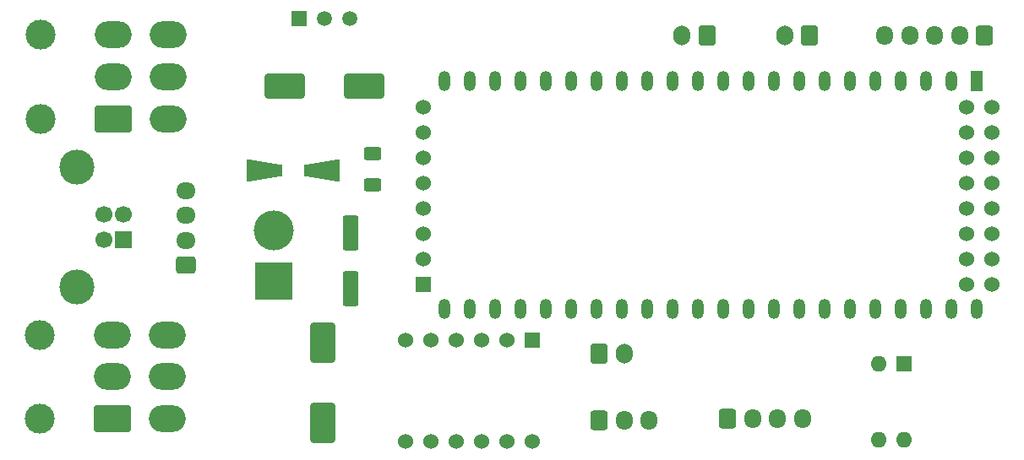
<source format=gbr>
%TF.GenerationSoftware,KiCad,Pcbnew,8.0.4*%
%TF.CreationDate,2024-12-04T14:23:44+01:00*%
%TF.ProjectId,ActivePedal,41637469-7665-4506-9564-616c2e6b6963,rev?*%
%TF.SameCoordinates,Original*%
%TF.FileFunction,Soldermask,Top*%
%TF.FilePolarity,Negative*%
%FSLAX46Y46*%
G04 Gerber Fmt 4.6, Leading zero omitted, Abs format (unit mm)*
G04 Created by KiCad (PCBNEW 8.0.4) date 2024-12-04 14:23:44*
%MOMM*%
%LPD*%
G01*
G04 APERTURE LIST*
G04 Aperture macros list*
%AMRoundRect*
0 Rectangle with rounded corners*
0 $1 Rounding radius*
0 $2 $3 $4 $5 $6 $7 $8 $9 X,Y pos of 4 corners*
0 Add a 4 corners polygon primitive as box body*
4,1,4,$2,$3,$4,$5,$6,$7,$8,$9,$2,$3,0*
0 Add four circle primitives for the rounded corners*
1,1,$1+$1,$2,$3*
1,1,$1+$1,$4,$5*
1,1,$1+$1,$6,$7*
1,1,$1+$1,$8,$9*
0 Add four rect primitives between the rounded corners*
20,1,$1+$1,$2,$3,$4,$5,0*
20,1,$1+$1,$4,$5,$6,$7,0*
20,1,$1+$1,$6,$7,$8,$9,0*
20,1,$1+$1,$8,$9,$2,$3,0*%
%AMOutline4P*
0 Free polygon, 4 corners , with rotation*
0 The origin of the aperture is its center*
0 number of corners: always 4*
0 $1 to $8 corner X, Y*
0 $9 Rotation angle, in degrees counterclockwise*
0 create outline with 4 corners*
4,1,4,$1,$2,$3,$4,$5,$6,$7,$8,$1,$2,$9*%
G04 Aperture macros list end*
%ADD10RoundRect,0.250000X-0.600000X-0.725000X0.600000X-0.725000X0.600000X0.725000X-0.600000X0.725000X0*%
%ADD11O,1.700000X1.950000*%
%ADD12RoundRect,0.250000X-0.600000X-0.750000X0.600000X-0.750000X0.600000X0.750000X-0.600000X0.750000X0*%
%ADD13O,1.700000X2.000000*%
%ADD14R,1.200000X2.000000*%
%ADD15O,1.200000X2.000000*%
%ADD16RoundRect,0.250000X1.750000X1.000000X-1.750000X1.000000X-1.750000X-1.000000X1.750000X-1.000000X0*%
%ADD17RoundRect,0.250000X1.000000X-1.750000X1.000000X1.750000X-1.000000X1.750000X-1.000000X-1.750000X0*%
%ADD18R,3.800000X3.800000*%
%ADD19C,4.000000*%
%ADD20RoundRect,0.250000X0.600000X0.725000X-0.600000X0.725000X-0.600000X-0.725000X0.600000X-0.725000X0*%
%ADD21C,3.000000*%
%ADD22RoundRect,0.250001X1.599999X-1.099999X1.599999X1.099999X-1.599999X1.099999X-1.599999X-1.099999X0*%
%ADD23O,3.700000X2.700000*%
%ADD24R,1.524000X1.524000*%
%ADD25C,1.524000*%
%ADD26R,1.600000X1.600000*%
%ADD27O,1.600000X1.600000*%
%ADD28Outline4P,-1.800000X-1.150000X1.800000X-0.550000X1.800000X0.550000X-1.800000X1.150000X180.000000*%
%ADD29Outline4P,-1.800000X-1.150000X1.800000X-0.550000X1.800000X0.550000X-1.800000X1.150000X0.000000*%
%ADD30RoundRect,0.250000X0.600000X0.750000X-0.600000X0.750000X-0.600000X-0.750000X0.600000X-0.750000X0*%
%ADD31RoundRect,0.250000X0.725000X-0.600000X0.725000X0.600000X-0.725000X0.600000X-0.725000X-0.600000X0*%
%ADD32O,1.950000X1.700000*%
%ADD33RoundRect,0.250000X-0.625000X0.400000X-0.625000X-0.400000X0.625000X-0.400000X0.625000X0.400000X0*%
%ADD34R,1.700000X1.700000*%
%ADD35C,1.700000*%
%ADD36C,3.500000*%
%ADD37RoundRect,0.250000X-0.550000X1.500000X-0.550000X-1.500000X0.550000X-1.500000X0.550000X1.500000X0*%
%ADD38R,1.500000X1.500000*%
%ADD39C,1.500000*%
G04 APERTURE END LIST*
D10*
%TO.C,J2*%
X98378000Y-72009000D03*
D11*
X100878000Y-72009000D03*
X103378000Y-72009000D03*
%TD*%
D12*
%TO.C,J9*%
X98378000Y-65388000D03*
D13*
X100878000Y-65388000D03*
%TD*%
D14*
%TO.C,U1*%
X136245300Y-37976680D03*
D15*
X133705300Y-37976680D03*
X131165300Y-37976680D03*
X128625300Y-37976680D03*
X126085300Y-37976680D03*
X123545300Y-37976680D03*
X121005300Y-37976680D03*
X118465300Y-37976680D03*
X115925300Y-37976680D03*
X113385300Y-37976680D03*
X110845300Y-37976680D03*
X108305300Y-37976680D03*
X105765300Y-37976680D03*
X103225300Y-37976680D03*
X100685300Y-37976680D03*
X98145300Y-37976680D03*
X95605300Y-37976680D03*
X93065300Y-37976680D03*
X90525300Y-37976680D03*
X87988020Y-37973000D03*
X85448020Y-37973000D03*
X82908020Y-37973000D03*
X82905300Y-60836680D03*
X85445300Y-60836680D03*
X87985300Y-60836680D03*
X90525300Y-60836680D03*
X93065300Y-60836680D03*
X95605300Y-60836680D03*
X98145300Y-60836680D03*
X100685300Y-60836680D03*
X103225300Y-60836680D03*
X105765300Y-60836680D03*
X108305300Y-60836680D03*
X110845300Y-60836680D03*
X113385300Y-60836680D03*
X115925300Y-60836680D03*
X118465300Y-60836680D03*
X121005300Y-60836680D03*
X123545300Y-60836680D03*
X126085300Y-60836680D03*
X128625300Y-60836680D03*
X131165300Y-60836680D03*
X133705300Y-60836680D03*
X136245300Y-60836680D03*
%TD*%
D16*
%TO.C,C2*%
X74866000Y-38480000D03*
X66866000Y-38480000D03*
%TD*%
D17*
%TO.C,C3*%
X70688000Y-72263000D03*
X70688000Y-64263000D03*
%TD*%
D18*
%TO.C,J10*%
X65735000Y-58039000D03*
D19*
X65735000Y-53039000D03*
%TD*%
D20*
%TO.C,J3*%
X136993000Y-33401000D03*
D11*
X134493000Y-33401000D03*
X131993000Y-33401000D03*
X129493000Y-33401000D03*
X126993000Y-33401000D03*
%TD*%
D21*
%TO.C,J7*%
X42279000Y-71882000D03*
X42279000Y-63482000D03*
D22*
X49579000Y-71882000D03*
D23*
X49579000Y-67682000D03*
X49579000Y-63482000D03*
X55079000Y-71882000D03*
X55079000Y-67682000D03*
X55079000Y-63482000D03*
%TD*%
D24*
%TO.C,U3*%
X91694000Y-64008000D03*
D25*
X89154000Y-64008000D03*
X86614000Y-64008000D03*
X84074000Y-64008000D03*
X81534000Y-64008000D03*
X78994000Y-64008000D03*
X78994000Y-74168000D03*
X81534000Y-74168000D03*
X84074000Y-74168000D03*
X86614000Y-74168000D03*
X89154000Y-74168000D03*
X91694000Y-74168000D03*
%TD*%
D26*
%TO.C,SW1*%
X128910000Y-66336500D03*
D27*
X126370000Y-66336500D03*
X126370000Y-73956500D03*
X128910000Y-73956500D03*
%TD*%
D28*
%TO.C,D1*%
X70612000Y-46990000D03*
D29*
X64812000Y-46990000D03*
%TD*%
D10*
%TO.C,J1*%
X111252000Y-71882000D03*
D11*
X113752000Y-71882000D03*
X116252000Y-71882000D03*
X118752000Y-71882000D03*
%TD*%
D30*
%TO.C,J4*%
X119467000Y-33401000D03*
D13*
X116967000Y-33401000D03*
%TD*%
D31*
%TO.C,J5*%
X56972000Y-56499000D03*
D32*
X56972000Y-53999000D03*
X56972000Y-51499000D03*
X56972000Y-48999000D03*
%TD*%
D33*
%TO.C,R1*%
X75692000Y-45313000D03*
X75692000Y-48413000D03*
%TD*%
D21*
%TO.C,J8*%
X42406000Y-41792000D03*
X42406000Y-33392000D03*
D22*
X49706000Y-41792000D03*
D23*
X49706000Y-37592000D03*
X49706000Y-33392000D03*
X55206000Y-41792000D03*
X55206000Y-37592000D03*
X55206000Y-33392000D03*
%TD*%
D34*
%TO.C,J6*%
X50722500Y-53892000D03*
D35*
X50722500Y-51392000D03*
X48722500Y-51392000D03*
X48722500Y-53892000D03*
D36*
X46012500Y-58662000D03*
X46012500Y-46622000D03*
%TD*%
D37*
%TO.C,C1*%
X73482000Y-53271000D03*
X73482000Y-58871000D03*
%TD*%
D30*
%TO.C,J11*%
X109180000Y-33401000D03*
D13*
X106680000Y-33401000D03*
%TD*%
D38*
%TO.C,PS1*%
X68326000Y-31750000D03*
D39*
X70866000Y-31750000D03*
X73406000Y-31750000D03*
%TD*%
D24*
%TO.C,U2*%
X80772000Y-58420000D03*
D25*
X80772000Y-55880000D03*
X80772000Y-53340000D03*
X80772000Y-50800000D03*
X80772000Y-48260000D03*
X80772000Y-45720000D03*
X80772000Y-43180000D03*
X80772000Y-40640000D03*
X135232000Y-58420000D03*
X135232000Y-55880000D03*
X135232000Y-53340000D03*
X135232000Y-50800000D03*
X135232000Y-48260000D03*
X135232000Y-45720000D03*
X135232000Y-43180000D03*
X135232000Y-40640000D03*
X137772000Y-58420000D03*
X137772000Y-55880000D03*
X137772000Y-53340000D03*
X137772000Y-50800000D03*
X137772000Y-48260000D03*
X137772000Y-45720000D03*
X137772000Y-43180000D03*
X137772000Y-40640000D03*
%TD*%
M02*

</source>
